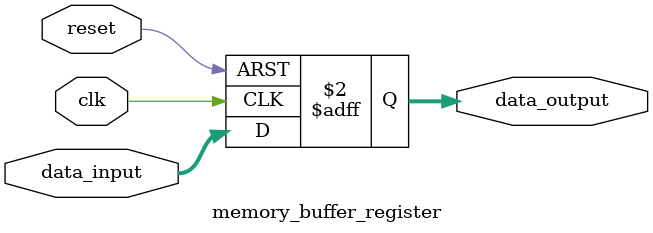
<source format=sv>
`timescale 1ns/1ps

module memory_buffer_register (
    input wire clk,
    input wire reset,
    input wire [15:0] data_input,
    output reg [15:0] data_output
);

    always @(posedge clk or posedge reset) begin
        if (reset) begin
            // Initialize MBR to 0 on reset
            data_output <= 16'b0;
        end else begin
            // Update MBR with the input data on each clock edge
            data_output <= data_input;
        end
    end

endmodule

</source>
